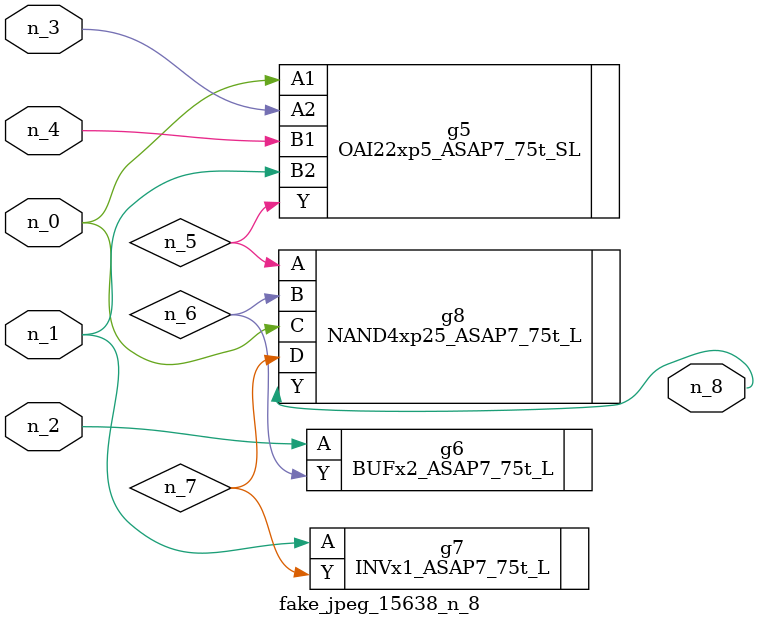
<source format=v>
module fake_jpeg_15638_n_8 (n_3, n_2, n_1, n_0, n_4, n_8);

input n_3;
input n_2;
input n_1;
input n_0;
input n_4;

output n_8;

wire n_6;
wire n_5;
wire n_7;

OAI22xp5_ASAP7_75t_SL g5 ( 
.A1(n_0),
.A2(n_3),
.B1(n_4),
.B2(n_1),
.Y(n_5)
);

BUFx2_ASAP7_75t_L g6 ( 
.A(n_2),
.Y(n_6)
);

INVx1_ASAP7_75t_L g7 ( 
.A(n_1),
.Y(n_7)
);

NAND4xp25_ASAP7_75t_L g8 ( 
.A(n_5),
.B(n_6),
.C(n_0),
.D(n_7),
.Y(n_8)
);


endmodule
</source>
